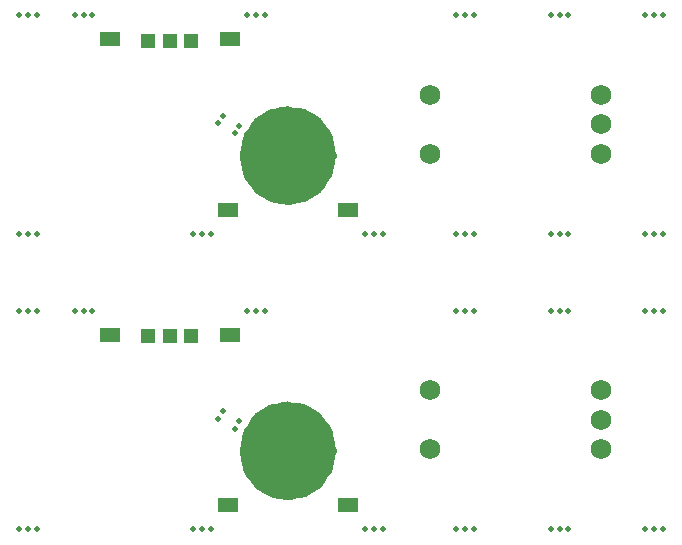
<source format=gbr>
%TF.GenerationSoftware,KiCad,Pcbnew,7.0.8*%
%TF.CreationDate,2024-04-23T11:22:23-04:00*%
%TF.ProjectId,keyboard-roller-encoder,6b657962-6f61-4726-942d-726f6c6c6572,rev?*%
%TF.SameCoordinates,Original*%
%TF.FileFunction,Soldermask,Bot*%
%TF.FilePolarity,Negative*%
%FSLAX46Y46*%
G04 Gerber Fmt 4.6, Leading zero omitted, Abs format (unit mm)*
G04 Created by KiCad (PCBNEW 7.0.8) date 2024-04-23 11:22:23*
%MOMM*%
%LPD*%
G01*
G04 APERTURE LIST*
%ADD10C,0.010000*%
%ADD11C,4.055000*%
%ADD12C,0.500000*%
%ADD13R,1.800000X1.200000*%
%ADD14R,1.200000X1.200000*%
%ADD15C,1.750000*%
G04 APERTURE END LIST*
D10*
X36450000Y-61750000D02*
X36450000Y-61500000D01*
D11*
X42527500Y-61750000D02*
G75*
G03*
X42527500Y-61750000I-2027500J0D01*
G01*
D10*
X44550000Y-61500000D02*
X44550000Y-61750000D01*
D11*
X42527500Y-61500000D02*
G75*
G03*
X42527500Y-61500000I-2027500J0D01*
G01*
X42527500Y-36750000D02*
G75*
G03*
X42527500Y-36750000I-2027500J0D01*
G01*
X42527500Y-36500000D02*
G75*
G03*
X42527500Y-36500000I-2027500J0D01*
G01*
D10*
X44550000Y-36500000D02*
X44550000Y-36750000D01*
X36450000Y-36750000D02*
X36450000Y-36500000D01*
D12*
%TO.C,mouse-bite-2mm-slot*%
X17750000Y-68250000D03*
X18500000Y-68250000D03*
X19250000Y-68250000D03*
%TD*%
%TO.C,mouse-bite-2mm-slot*%
X70750000Y-68250000D03*
X71500000Y-68250000D03*
X72250000Y-68250000D03*
%TD*%
%TO.C,mouse-bite-2mm-slot*%
X72250000Y-24750000D03*
X71500000Y-24750000D03*
X70750000Y-24750000D03*
%TD*%
%TO.C,mouse-bite-2mm-slot*%
X19250000Y-24750000D03*
X18500000Y-24750000D03*
X17750000Y-24750000D03*
%TD*%
%TO.C,*%
X34990000Y-58260000D03*
%TD*%
%TO.C,*%
X36010000Y-59750000D03*
%TD*%
%TO.C,*%
X36400000Y-59100000D03*
%TD*%
%TO.C,*%
X34610000Y-58900000D03*
%TD*%
%TO.C,*%
X34610000Y-33900000D03*
%TD*%
%TO.C,*%
X34990000Y-33260000D03*
%TD*%
%TO.C,*%
X36400000Y-34100000D03*
%TD*%
%TO.C,*%
X36010000Y-34750000D03*
%TD*%
%TO.C,mouse-bite-2mm-slot*%
X19250000Y-49750000D03*
X18500000Y-49750000D03*
X17750000Y-49750000D03*
%TD*%
%TO.C,mouse-bite-2mm-slot*%
X17750000Y-43250000D03*
X18500000Y-43250000D03*
X19250000Y-43250000D03*
%TD*%
%TO.C,mouse-bite-2mm-slot*%
X70750000Y-43250000D03*
X71500000Y-43250000D03*
X72250000Y-43250000D03*
%TD*%
%TO.C,mouse-bite-2mm-slot*%
X72250000Y-49750000D03*
X71500000Y-49750000D03*
X70750000Y-49750000D03*
%TD*%
%TO.C,mouse-bite-2mm-slot*%
X22450000Y-49750000D03*
X23200000Y-49750000D03*
X23950000Y-49750000D03*
%TD*%
%TO.C,mouse-bite-2mm-slot*%
X48550000Y-68250000D03*
X47800000Y-68250000D03*
X47050000Y-68250000D03*
%TD*%
%TO.C,mouse-bite-2mm-slot*%
X33950000Y-68250000D03*
X33200000Y-68250000D03*
X32450000Y-68250000D03*
%TD*%
%TO.C,mouse-bite-2mm-slot*%
X37050000Y-49750000D03*
X37800000Y-49750000D03*
X38550000Y-49750000D03*
%TD*%
%TO.C,mouse-bite-2mm-slot*%
X54750000Y-68250000D03*
X55500000Y-68250000D03*
X56250000Y-68250000D03*
%TD*%
%TO.C,mouse-bite-2mm-slot*%
X64250000Y-49750000D03*
X63500000Y-49750000D03*
X62750000Y-49750000D03*
%TD*%
%TO.C,mouse-bite-2mm-slot*%
X56250000Y-49750000D03*
X55500000Y-49750000D03*
X54750000Y-49750000D03*
%TD*%
%TO.C,mouse-bite-2mm-slot*%
X62750000Y-68250000D03*
X63500000Y-68250000D03*
X64250000Y-68250000D03*
%TD*%
%TO.C,mouse-bite-2mm-slot*%
X32450000Y-43250000D03*
X33200000Y-43250000D03*
X33950000Y-43250000D03*
%TD*%
%TO.C,mouse-bite-2mm-slot*%
X47050000Y-43250000D03*
X47800000Y-43250000D03*
X48550000Y-43250000D03*
%TD*%
%TO.C,mouse-bite-2mm-slot*%
X23950000Y-24750000D03*
X23200000Y-24750000D03*
X22450000Y-24750000D03*
%TD*%
%TO.C,mouse-bite-2mm-slot*%
X38550000Y-24750000D03*
X37800000Y-24750000D03*
X37050000Y-24750000D03*
%TD*%
%TO.C,mouse-bite-2mm-slot*%
X64250000Y-43250000D03*
X63500000Y-43250000D03*
X62750000Y-43250000D03*
%TD*%
%TO.C,mouse-bite-2mm-slot*%
X56250000Y-43250000D03*
X55500000Y-43250000D03*
X54750000Y-43250000D03*
%TD*%
%TO.C,mouse-bite-2mm-slot*%
X62750000Y-24750000D03*
X63500000Y-24750000D03*
X64250000Y-24750000D03*
%TD*%
%TO.C,mouse-bite-2mm-slot*%
X54750000Y-24750000D03*
X55500000Y-24750000D03*
X56250000Y-24750000D03*
%TD*%
D13*
%TO.C,J6*%
X35400000Y-66200000D03*
%TD*%
%TO.C,J5*%
X45600000Y-66200000D03*
%TD*%
%TO.C,J17*%
X25397106Y-51800001D03*
%TD*%
%TO.C,J19*%
X35597106Y-51800001D03*
%TD*%
D14*
%TO.C,J2*%
X30497106Y-51900001D03*
X28697106Y-51900001D03*
X32297106Y-51900001D03*
%TD*%
D15*
%TO.C,SW1*%
X52504495Y-61496446D03*
X52504495Y-56496446D03*
X67004495Y-58996446D03*
X67004495Y-56496446D03*
X67004495Y-61496446D03*
%TD*%
%TO.C,SW1*%
X52504495Y-36496446D03*
X52504495Y-31496446D03*
X67004495Y-33996446D03*
X67004495Y-31496446D03*
X67004495Y-36496446D03*
%TD*%
D13*
%TO.C,J19*%
X35597106Y-26800001D03*
%TD*%
%TO.C,J17*%
X25397106Y-26800001D03*
%TD*%
%TO.C,J6*%
X35400000Y-41200000D03*
%TD*%
%TO.C,J5*%
X45600000Y-41200000D03*
%TD*%
D14*
%TO.C,J2*%
X32297106Y-26900001D03*
X28697106Y-26900001D03*
X30497106Y-26900001D03*
%TD*%
M02*

</source>
